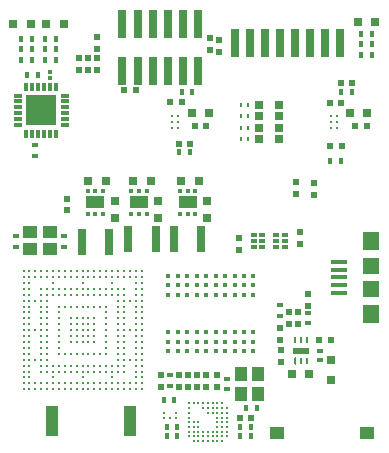
<source format=gtp>
G04 Layer_Color=8421504*
%FSLAX25Y25*%
%MOIN*%
G70*
G01*
G75*
%ADD10R,0.00984X0.01181*%
%ADD11R,0.03150X0.03150*%
%ADD12R,0.02913X0.09449*%
%ADD13R,0.01968X0.01968*%
%ADD14R,0.01654X0.02165*%
%ADD15R,0.01968X0.01968*%
%ADD16R,0.02756X0.03150*%
%ADD17R,0.03150X0.02756*%
%ADD18R,0.02165X0.01654*%
%ADD19R,0.01181X0.01181*%
%ADD20R,0.01968X0.01575*%
%ADD21R,0.02756X0.09055*%
%ADD22R,0.01181X0.01575*%
%ADD23R,0.06299X0.03937*%
%ADD24R,0.04724X0.04331*%
%ADD25C,0.00709*%
%ADD26C,0.00866*%
%ADD27R,0.04331X0.04724*%
%ADD28R,0.03150X0.01378*%
%ADD29R,0.01378X0.03150*%
%ADD30R,0.09842X0.09842*%
%ADD31R,0.05591X0.02402*%
%ADD32R,0.00984X0.02461*%
G04:AMPARAMS|DCode=33|XSize=24.61mil|YSize=9.84mil|CornerRadius=2.46mil|HoleSize=0mil|Usage=FLASHONLY|Rotation=90.000|XOffset=0mil|YOffset=0mil|HoleType=Round|Shape=RoundedRectangle|*
%AMROUNDEDRECTD33*
21,1,0.02461,0.00492,0,0,90.0*
21,1,0.01968,0.00984,0,0,90.0*
1,1,0.00492,0.00246,0.00984*
1,1,0.00492,0.00246,-0.00984*
1,1,0.00492,-0.00246,-0.00984*
1,1,0.00492,-0.00246,0.00984*
%
%ADD33ROUNDEDRECTD33*%
%ADD34R,0.03150X0.03150*%
%ADD35R,0.04000X0.10000*%
%ADD36R,0.01968X0.01181*%
%ADD37C,0.01772*%
%ADD38C,0.00984*%
%ADD39R,0.05000X0.03937*%
%ADD40C,0.00886*%
%ADD41R,0.05315X0.01575*%
%ADD81R,0.05709X0.06083*%
%ADD82R,0.05709X0.05512*%
D10*
X16119Y38212D02*
D03*
X18481D02*
D03*
X16119Y30612D02*
D03*
X18481D02*
D03*
X16119Y34312D02*
D03*
X18481D02*
D03*
Y41912D02*
D03*
X16119D02*
D03*
D11*
X28548Y34400D02*
D03*
X22052D02*
D03*
Y30600D02*
D03*
X28548D02*
D03*
Y42000D02*
D03*
X22052D02*
D03*
Y38200D02*
D03*
X28548D02*
D03*
D12*
X34000Y62718D02*
D03*
X29000D02*
D03*
X24000D02*
D03*
X19000D02*
D03*
X14000D02*
D03*
X39000Y62600D02*
D03*
X44000D02*
D03*
X49000D02*
D03*
X-18402Y68854D02*
D03*
Y53382D02*
D03*
X-13402Y68854D02*
D03*
Y53382D02*
D03*
X1598Y68854D02*
D03*
X-3402D02*
D03*
X-8402D02*
D03*
Y53382D02*
D03*
X-3402D02*
D03*
X1598D02*
D03*
X-23638Y68854D02*
D03*
Y53382D02*
D03*
D13*
X49231Y49301D02*
D03*
X53168D02*
D03*
X-831Y29000D02*
D03*
X-4769D02*
D03*
X49468Y42500D02*
D03*
X45531D02*
D03*
X41932Y-36301D02*
D03*
X45869D02*
D03*
X-18932Y47001D02*
D03*
X-22869D02*
D03*
X57968Y35001D02*
D03*
X54031D02*
D03*
X49569Y28400D02*
D03*
X45632D02*
D03*
X-7668Y43000D02*
D03*
X-3731D02*
D03*
X4468Y35001D02*
D03*
X532D02*
D03*
X19468Y-62501D02*
D03*
X15531D02*
D03*
D14*
X-45728Y60500D02*
D03*
X-49272D02*
D03*
X-53728Y57000D02*
D03*
X-57272D02*
D03*
X-53728Y64000D02*
D03*
X-57272D02*
D03*
X-45728D02*
D03*
X-49272D02*
D03*
X-4572Y26300D02*
D03*
X-1028D02*
D03*
X45728Y23400D02*
D03*
X49272D02*
D03*
X-51668Y52053D02*
D03*
X-55211D02*
D03*
X-49272Y57000D02*
D03*
X-45728D02*
D03*
X52972Y46300D02*
D03*
X49428D02*
D03*
X-3772D02*
D03*
X-228D02*
D03*
X21272Y-59000D02*
D03*
X17728D02*
D03*
X19272Y-65500D02*
D03*
X15728D02*
D03*
Y-68500D02*
D03*
X19272D02*
D03*
X-9772Y-56500D02*
D03*
X-6228D02*
D03*
X-8772Y-68500D02*
D03*
X-5228D02*
D03*
Y-65500D02*
D03*
X-8772D02*
D03*
X-53728Y60500D02*
D03*
X-57272D02*
D03*
X59700Y58700D02*
D03*
X56157D02*
D03*
Y65700D02*
D03*
X59700D02*
D03*
Y62200D02*
D03*
X56157D02*
D03*
D15*
X29068Y-36251D02*
D03*
Y-32314D02*
D03*
X32100Y-31058D02*
D03*
Y-27121D02*
D03*
X29500Y-39832D02*
D03*
Y-43769D02*
D03*
X35100Y-31058D02*
D03*
Y-27121D02*
D03*
X38401Y-21032D02*
D03*
Y-24969D02*
D03*
X-1500Y-48031D02*
D03*
Y-51968D02*
D03*
X-4499Y-48031D02*
D03*
Y-51968D02*
D03*
X-42101Y10768D02*
D03*
Y6831D02*
D03*
X8700Y63669D02*
D03*
Y59732D02*
D03*
X-31999Y60532D02*
D03*
Y64468D02*
D03*
X5601Y64368D02*
D03*
Y60431D02*
D03*
X-32000Y57468D02*
D03*
Y53531D02*
D03*
X-38001D02*
D03*
Y57468D02*
D03*
X-35001D02*
D03*
Y53531D02*
D03*
X35601Y-4369D02*
D03*
Y-432D02*
D03*
X15200Y-6469D02*
D03*
Y-2531D02*
D03*
X-10501Y-48031D02*
D03*
Y-51968D02*
D03*
X4499D02*
D03*
Y-48031D02*
D03*
X7999D02*
D03*
Y-51968D02*
D03*
X1500D02*
D03*
Y-48031D02*
D03*
X40501Y15969D02*
D03*
Y12032D02*
D03*
X34201Y16169D02*
D03*
Y12231D02*
D03*
D16*
X57954Y39400D02*
D03*
X52246D02*
D03*
X38823Y-47782D02*
D03*
X33114D02*
D03*
X-354Y39400D02*
D03*
X5354D02*
D03*
X-19854Y16500D02*
D03*
X-14146D02*
D03*
X-3854D02*
D03*
X1854D02*
D03*
X-34854D02*
D03*
X-29146D02*
D03*
X55074Y69700D02*
D03*
X60783D02*
D03*
X-43146Y69000D02*
D03*
X-48854D02*
D03*
X-59854D02*
D03*
X-54146D02*
D03*
D17*
X-11500Y4146D02*
D03*
Y9854D02*
D03*
X4764Y4146D02*
D03*
Y9854D02*
D03*
X-26000Y4146D02*
D03*
Y9854D02*
D03*
D18*
X29068Y-24811D02*
D03*
Y-28354D02*
D03*
X-52800Y25028D02*
D03*
Y28572D02*
D03*
X-43000Y-5272D02*
D03*
Y-1728D02*
D03*
X-59000Y-5272D02*
D03*
Y-1728D02*
D03*
X11500Y-52772D02*
D03*
Y-49228D02*
D03*
X-7500Y-48028D02*
D03*
Y-51572D02*
D03*
D19*
X-47700Y53083D02*
D03*
Y50917D02*
D03*
D20*
X42500Y-43050D02*
D03*
Y-39900D02*
D03*
X38400Y-30675D02*
D03*
Y-27525D02*
D03*
D21*
X-37024Y-3831D02*
D03*
X-27976D02*
D03*
X-21524Y-2831D02*
D03*
X-12476D02*
D03*
X-6260D02*
D03*
X2788D02*
D03*
D22*
X-35059Y5563D02*
D03*
X-32500D02*
D03*
X-29941D02*
D03*
Y13437D02*
D03*
X-32500D02*
D03*
X-35059D02*
D03*
X-20559Y5563D02*
D03*
X-18000D02*
D03*
X-15441D02*
D03*
Y13437D02*
D03*
X-18000D02*
D03*
X-20559D02*
D03*
X-4295Y5563D02*
D03*
X-1736D02*
D03*
X823D02*
D03*
Y13437D02*
D03*
X-1736D02*
D03*
X-4295D02*
D03*
D23*
X-32500Y9500D02*
D03*
X-18000D02*
D03*
X-1736D02*
D03*
D24*
X-54193Y-520D02*
D03*
X-54193Y-6032D02*
D03*
X-47501Y-520D02*
D03*
Y-6032D02*
D03*
D25*
X-1315Y-57476D02*
D03*
X260D02*
D03*
X1835D02*
D03*
X3409D02*
D03*
X4984D02*
D03*
X6559D02*
D03*
X8134D02*
D03*
X9709D02*
D03*
X-1315Y-59051D02*
D03*
X3409D02*
D03*
X4984D02*
D03*
X6559D02*
D03*
X8134D02*
D03*
X9709D02*
D03*
X11283D02*
D03*
X-1315Y-60626D02*
D03*
X4984D02*
D03*
X6559D02*
D03*
X8134D02*
D03*
X9709D02*
D03*
X11283D02*
D03*
X-1315Y-62201D02*
D03*
X8134D02*
D03*
X9709D02*
D03*
X11283D02*
D03*
X-1315Y-63776D02*
D03*
X260D02*
D03*
X1835D02*
D03*
X8134D02*
D03*
X9709D02*
D03*
X11283D02*
D03*
X-1315Y-65350D02*
D03*
X260D02*
D03*
X1835D02*
D03*
X8134D02*
D03*
X9709D02*
D03*
X11283D02*
D03*
X-1315Y-66925D02*
D03*
X260D02*
D03*
X1835D02*
D03*
X3409D02*
D03*
X4984D02*
D03*
X6559D02*
D03*
X8134D02*
D03*
X9709D02*
D03*
X11283D02*
D03*
X-1315Y-68500D02*
D03*
X260D02*
D03*
X1835D02*
D03*
X3409D02*
D03*
X4984D02*
D03*
X6559D02*
D03*
X8134D02*
D03*
X9709D02*
D03*
X11283D02*
D03*
X260Y-70075D02*
D03*
X1835D02*
D03*
X3409D02*
D03*
X4984D02*
D03*
X6559D02*
D03*
X8134D02*
D03*
X9709D02*
D03*
D26*
X-9700Y-62200D02*
D03*
X-7731D02*
D03*
X-9700Y-60625D02*
D03*
X-5763Y-62200D02*
D03*
Y-60625D02*
D03*
D27*
X21637Y-47547D02*
D03*
X16125Y-47547D02*
D03*
X21637Y-54240D02*
D03*
X16125D02*
D03*
D28*
X-42726Y35279D02*
D03*
Y37247D02*
D03*
Y39216D02*
D03*
Y41184D02*
D03*
Y43153D02*
D03*
Y45121D02*
D03*
X-58474D02*
D03*
Y43153D02*
D03*
Y41184D02*
D03*
Y39216D02*
D03*
Y37247D02*
D03*
Y35279D02*
D03*
D29*
X-55521Y32326D02*
D03*
X-53553D02*
D03*
X-51584D02*
D03*
X-49616D02*
D03*
X-47647D02*
D03*
X-45679D02*
D03*
X-55521Y48074D02*
D03*
X-53553D02*
D03*
X-51584D02*
D03*
X-49616D02*
D03*
X-47647D02*
D03*
X-45679D02*
D03*
D30*
X-50600Y40200D02*
D03*
D31*
X35969Y-39882D02*
D03*
D32*
X37937Y-36290D02*
D03*
X35969D02*
D03*
X34000D02*
D03*
X37937Y-43475D02*
D03*
X35969D02*
D03*
D33*
X34000D02*
D03*
D34*
X45900Y-49648D02*
D03*
Y-43152D02*
D03*
D35*
X-21000Y-63390D02*
D03*
X-47000D02*
D03*
D36*
X20200Y-1531D02*
D03*
Y-3500D02*
D03*
Y-5469D02*
D03*
X23153D02*
D03*
Y-1531D02*
D03*
Y-3500D02*
D03*
X27747D02*
D03*
Y-5469D02*
D03*
Y-1531D02*
D03*
X30700D02*
D03*
Y-3500D02*
D03*
Y-5469D02*
D03*
D37*
X-8173Y-40098D02*
D03*
Y-36949D02*
D03*
Y-33799D02*
D03*
Y-21201D02*
D03*
Y-18051D02*
D03*
Y-14902D02*
D03*
X20173D02*
D03*
Y-18051D02*
D03*
Y-21201D02*
D03*
Y-33799D02*
D03*
Y-36949D02*
D03*
Y-40098D02*
D03*
X17024Y-14902D02*
D03*
Y-18051D02*
D03*
Y-21201D02*
D03*
Y-33799D02*
D03*
Y-36949D02*
D03*
Y-40098D02*
D03*
X13874Y-14902D02*
D03*
Y-18051D02*
D03*
Y-21201D02*
D03*
Y-33799D02*
D03*
Y-36949D02*
D03*
Y-40098D02*
D03*
X10724Y-14902D02*
D03*
Y-18051D02*
D03*
Y-21201D02*
D03*
Y-33799D02*
D03*
Y-36949D02*
D03*
Y-40098D02*
D03*
X7575Y-14902D02*
D03*
Y-18051D02*
D03*
Y-21201D02*
D03*
Y-33799D02*
D03*
Y-36949D02*
D03*
Y-40098D02*
D03*
X4425Y-14902D02*
D03*
Y-18051D02*
D03*
Y-21201D02*
D03*
Y-33799D02*
D03*
Y-36949D02*
D03*
Y-40098D02*
D03*
X1276Y-14902D02*
D03*
Y-18051D02*
D03*
Y-21201D02*
D03*
Y-33799D02*
D03*
Y-36949D02*
D03*
Y-40098D02*
D03*
X-1874Y-14902D02*
D03*
Y-18051D02*
D03*
Y-21201D02*
D03*
Y-33799D02*
D03*
Y-36949D02*
D03*
Y-40098D02*
D03*
X-5024Y-14902D02*
D03*
Y-18051D02*
D03*
Y-21201D02*
D03*
Y-33799D02*
D03*
Y-36949D02*
D03*
Y-40098D02*
D03*
D38*
X-56485Y-52785D02*
D03*
Y-50817D02*
D03*
Y-48848D02*
D03*
Y-46880D02*
D03*
Y-44911D02*
D03*
Y-42943D02*
D03*
Y-40974D02*
D03*
Y-39006D02*
D03*
Y-37037D02*
D03*
Y-35069D02*
D03*
Y-33100D02*
D03*
Y-31132D02*
D03*
Y-29163D02*
D03*
Y-27194D02*
D03*
Y-25226D02*
D03*
Y-23257D02*
D03*
Y-21289D02*
D03*
Y-19320D02*
D03*
Y-17352D02*
D03*
Y-15383D02*
D03*
Y-13415D02*
D03*
X-54517Y-52785D02*
D03*
Y-50817D02*
D03*
Y-48848D02*
D03*
Y-46880D02*
D03*
Y-44911D02*
D03*
Y-42943D02*
D03*
Y-40974D02*
D03*
Y-39006D02*
D03*
Y-37037D02*
D03*
Y-35069D02*
D03*
Y-33100D02*
D03*
Y-31132D02*
D03*
Y-29163D02*
D03*
Y-27194D02*
D03*
Y-25226D02*
D03*
Y-23257D02*
D03*
Y-21289D02*
D03*
Y-19320D02*
D03*
Y-17352D02*
D03*
Y-15383D02*
D03*
Y-13415D02*
D03*
X-52548Y-52785D02*
D03*
Y-50817D02*
D03*
Y-42943D02*
D03*
Y-33100D02*
D03*
Y-23257D02*
D03*
Y-15383D02*
D03*
Y-13415D02*
D03*
X-50580Y-52785D02*
D03*
Y-50817D02*
D03*
Y-46880D02*
D03*
Y-44911D02*
D03*
Y-42943D02*
D03*
Y-40974D02*
D03*
Y-39006D02*
D03*
Y-37037D02*
D03*
Y-35069D02*
D03*
Y-33100D02*
D03*
Y-31132D02*
D03*
Y-29163D02*
D03*
Y-27194D02*
D03*
Y-25226D02*
D03*
Y-23257D02*
D03*
Y-21289D02*
D03*
Y-19320D02*
D03*
Y-15383D02*
D03*
Y-13415D02*
D03*
X-48611Y-52785D02*
D03*
Y-50817D02*
D03*
Y-46880D02*
D03*
Y-44911D02*
D03*
Y-42943D02*
D03*
Y-40974D02*
D03*
Y-39006D02*
D03*
Y-37037D02*
D03*
Y-35069D02*
D03*
Y-33100D02*
D03*
Y-31132D02*
D03*
Y-29163D02*
D03*
Y-27194D02*
D03*
Y-25226D02*
D03*
Y-23257D02*
D03*
Y-21289D02*
D03*
Y-19320D02*
D03*
Y-15383D02*
D03*
Y-13415D02*
D03*
X-46643Y-52785D02*
D03*
Y-50817D02*
D03*
Y-48848D02*
D03*
Y-46880D02*
D03*
Y-44911D02*
D03*
Y-21289D02*
D03*
Y-19320D02*
D03*
Y-17352D02*
D03*
Y-15383D02*
D03*
Y-13415D02*
D03*
X-44674Y-52785D02*
D03*
Y-50817D02*
D03*
Y-46880D02*
D03*
Y-44911D02*
D03*
Y-40974D02*
D03*
Y-39006D02*
D03*
Y-37037D02*
D03*
Y-35069D02*
D03*
Y-33100D02*
D03*
Y-31132D02*
D03*
Y-29163D02*
D03*
Y-27194D02*
D03*
Y-25226D02*
D03*
Y-21289D02*
D03*
Y-19320D02*
D03*
Y-15383D02*
D03*
Y-13415D02*
D03*
X-42706Y-52785D02*
D03*
Y-50817D02*
D03*
Y-46880D02*
D03*
Y-44911D02*
D03*
Y-40974D02*
D03*
Y-25226D02*
D03*
Y-21289D02*
D03*
Y-19320D02*
D03*
Y-15383D02*
D03*
Y-13415D02*
D03*
X-40737Y-52785D02*
D03*
Y-50817D02*
D03*
Y-46880D02*
D03*
Y-44911D02*
D03*
Y-40974D02*
D03*
Y-37037D02*
D03*
Y-35069D02*
D03*
Y-33100D02*
D03*
Y-31132D02*
D03*
Y-29163D02*
D03*
Y-25226D02*
D03*
Y-21289D02*
D03*
Y-19320D02*
D03*
Y-15383D02*
D03*
Y-13415D02*
D03*
X-38769Y-52785D02*
D03*
Y-50817D02*
D03*
Y-46880D02*
D03*
Y-44911D02*
D03*
Y-40974D02*
D03*
Y-37037D02*
D03*
Y-35069D02*
D03*
Y-33100D02*
D03*
Y-31132D02*
D03*
Y-29163D02*
D03*
Y-25226D02*
D03*
Y-21289D02*
D03*
Y-19320D02*
D03*
Y-15383D02*
D03*
Y-13415D02*
D03*
X-36800Y-52785D02*
D03*
Y-50817D02*
D03*
Y-48848D02*
D03*
Y-46880D02*
D03*
Y-44911D02*
D03*
Y-40974D02*
D03*
Y-37037D02*
D03*
Y-35069D02*
D03*
Y-33100D02*
D03*
Y-31132D02*
D03*
Y-29163D02*
D03*
Y-25226D02*
D03*
Y-21289D02*
D03*
Y-19320D02*
D03*
Y-17352D02*
D03*
Y-15383D02*
D03*
Y-13415D02*
D03*
X-34832Y-52785D02*
D03*
Y-50817D02*
D03*
Y-46880D02*
D03*
Y-44911D02*
D03*
Y-40974D02*
D03*
Y-37037D02*
D03*
Y-35069D02*
D03*
Y-33100D02*
D03*
Y-31132D02*
D03*
Y-29163D02*
D03*
Y-25226D02*
D03*
Y-21289D02*
D03*
Y-19320D02*
D03*
Y-15383D02*
D03*
Y-13415D02*
D03*
X-32863Y-52785D02*
D03*
Y-50817D02*
D03*
Y-46880D02*
D03*
Y-44911D02*
D03*
Y-40974D02*
D03*
Y-37037D02*
D03*
Y-35069D02*
D03*
Y-33100D02*
D03*
Y-31132D02*
D03*
Y-29163D02*
D03*
Y-25226D02*
D03*
Y-21289D02*
D03*
Y-19320D02*
D03*
Y-15383D02*
D03*
Y-13415D02*
D03*
X-30895Y-52785D02*
D03*
Y-50817D02*
D03*
Y-46880D02*
D03*
Y-44911D02*
D03*
Y-40974D02*
D03*
Y-25226D02*
D03*
Y-21289D02*
D03*
Y-19320D02*
D03*
Y-15383D02*
D03*
Y-13415D02*
D03*
X-28926Y-52785D02*
D03*
Y-50817D02*
D03*
Y-46880D02*
D03*
Y-44911D02*
D03*
Y-40974D02*
D03*
Y-39006D02*
D03*
Y-37037D02*
D03*
Y-35069D02*
D03*
Y-33100D02*
D03*
Y-31132D02*
D03*
Y-29163D02*
D03*
Y-27194D02*
D03*
Y-25226D02*
D03*
Y-21289D02*
D03*
Y-19320D02*
D03*
Y-15383D02*
D03*
Y-13415D02*
D03*
X-26957Y-52785D02*
D03*
Y-50817D02*
D03*
Y-48848D02*
D03*
Y-46880D02*
D03*
Y-44911D02*
D03*
Y-21289D02*
D03*
Y-19320D02*
D03*
Y-17352D02*
D03*
Y-15383D02*
D03*
Y-13415D02*
D03*
X-24989Y-52785D02*
D03*
Y-50817D02*
D03*
Y-46880D02*
D03*
Y-44911D02*
D03*
Y-42943D02*
D03*
Y-40974D02*
D03*
Y-39006D02*
D03*
Y-37037D02*
D03*
Y-35069D02*
D03*
Y-33100D02*
D03*
Y-31132D02*
D03*
Y-29163D02*
D03*
Y-27194D02*
D03*
Y-25226D02*
D03*
Y-23257D02*
D03*
Y-21289D02*
D03*
Y-19320D02*
D03*
Y-15383D02*
D03*
Y-13415D02*
D03*
X-23020Y-52785D02*
D03*
Y-50817D02*
D03*
Y-46880D02*
D03*
Y-44911D02*
D03*
Y-42943D02*
D03*
Y-40974D02*
D03*
Y-39006D02*
D03*
Y-37037D02*
D03*
Y-35069D02*
D03*
Y-33100D02*
D03*
Y-31132D02*
D03*
Y-29163D02*
D03*
Y-27194D02*
D03*
Y-25226D02*
D03*
Y-23257D02*
D03*
Y-21289D02*
D03*
Y-19320D02*
D03*
Y-15383D02*
D03*
Y-13415D02*
D03*
X-21052Y-52785D02*
D03*
Y-50817D02*
D03*
Y-42943D02*
D03*
Y-33100D02*
D03*
Y-23257D02*
D03*
Y-15383D02*
D03*
Y-13415D02*
D03*
X-19083Y-52785D02*
D03*
Y-50817D02*
D03*
Y-48848D02*
D03*
Y-46880D02*
D03*
Y-44911D02*
D03*
Y-42943D02*
D03*
Y-40974D02*
D03*
Y-39006D02*
D03*
Y-37037D02*
D03*
Y-35069D02*
D03*
Y-33100D02*
D03*
Y-31132D02*
D03*
Y-29163D02*
D03*
Y-27194D02*
D03*
Y-25226D02*
D03*
Y-23257D02*
D03*
Y-21289D02*
D03*
Y-19320D02*
D03*
Y-17352D02*
D03*
Y-15383D02*
D03*
Y-13415D02*
D03*
X-17115Y-52785D02*
D03*
Y-50817D02*
D03*
Y-48848D02*
D03*
Y-46880D02*
D03*
Y-44911D02*
D03*
Y-42943D02*
D03*
Y-40974D02*
D03*
Y-39006D02*
D03*
Y-37037D02*
D03*
Y-35069D02*
D03*
Y-33100D02*
D03*
Y-31132D02*
D03*
Y-29163D02*
D03*
Y-27194D02*
D03*
Y-25226D02*
D03*
Y-23257D02*
D03*
Y-21289D02*
D03*
Y-19320D02*
D03*
Y-17352D02*
D03*
Y-15383D02*
D03*
Y-13415D02*
D03*
D39*
X57900Y-67200D02*
D03*
X27900D02*
D03*
D40*
X48084Y34332D02*
D03*
X46116D02*
D03*
X48084Y36300D02*
D03*
X46116D02*
D03*
Y38269D02*
D03*
X48084D02*
D03*
X-5016D02*
D03*
X-6984D02*
D03*
Y36300D02*
D03*
X-5016D02*
D03*
X-6984Y34332D02*
D03*
X-5016D02*
D03*
D41*
X48661Y-20618D02*
D03*
Y-18059D02*
D03*
Y-10382D02*
D03*
Y-12941D02*
D03*
Y-15500D02*
D03*
D81*
X59291Y-27793D02*
D03*
X59291Y-3207D02*
D03*
D82*
X59291Y-19437D02*
D03*
X59291Y-11563D02*
D03*
M02*

</source>
